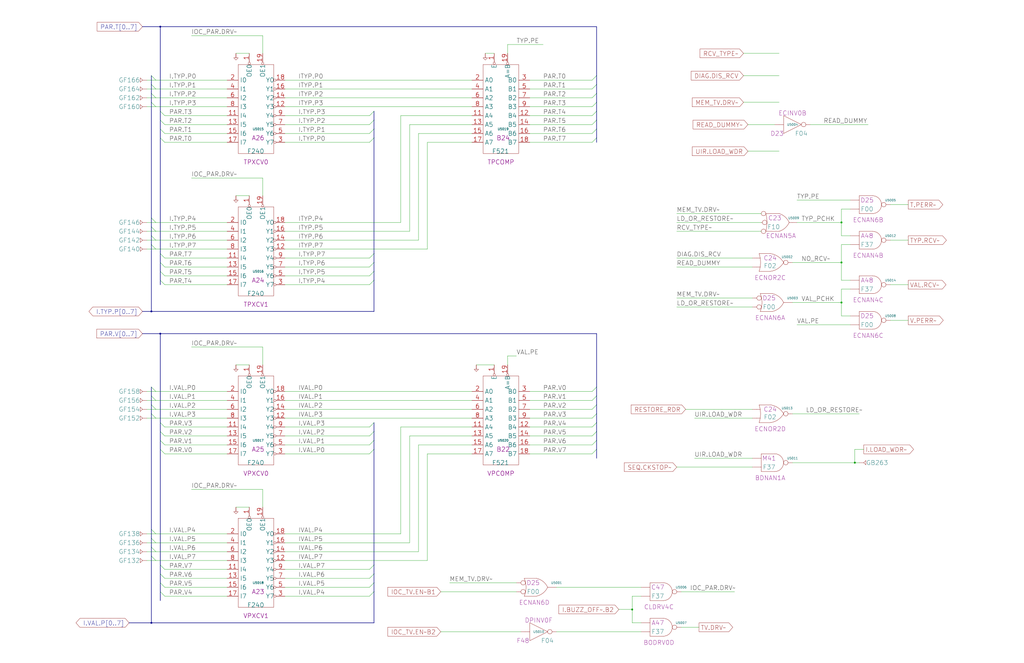
<source format=kicad_sch>
(kicad_sch (version 20230121) (generator eeschema)
  (paper "User" 584.2 378.46)
  (title_block (title "ERROR CHECKING & CORRECTION\\nVAL & TYP PARITY CHECKING") (date "22-SEP-90") (rev "2.0") (comment 1 "IOC") (comment 2 "232-003061") (comment 3 "S400") (comment 4 "RELEASED"))
  (lib_symbols
    (symbol "r1000:F00" (pin_numbers hide) (pin_names hide)
      (property "Reference" "U" (at 15.24 0 0))
      (property "Value" "F00" (at 1.905 -5.08 0))
      (property "Location" "___" (at 1.905 0 0))
      (property "Name" "______" (at 2.54 -12.7 0))
      (symbol "F00_1_1"
        (pin input line (at -7.62 0 0) (length 5.08) (name "D0") (number "1"))
        (pin input line (at -7.62 -5.08 0) (length 5.08) (name "D1") (number "2"))
        (pin output line (at 15.24 -2.54 180) (length 2.54) (name "Q") (number "3"))
      )
      (symbol "F00_1_2"
        (pin input line (at -7.62 0 0) (length 2.54) (name "D0") (number "1"))
        (pin input line (at -7.62 -5.08 0) (length 2.54) (name "D1") (number "2"))
        (pin output line (at 15.24 -2.54 180) (length 5.08) (name "Q") (number "3"))
      )
    )
    (symbol "r1000:F02" (pin_numbers hide) (pin_names hide)
      (property "Reference" "U" (at 12.16 0.635 0))
      (property "Value" "F02" (at -1.27 -4.445 0))
      (property "Location" "___" (at 2.54 0 0))
      (property "Name" "______" (at 2.54 -12.7 0))
      (symbol "F02_1_1"
        (pin input line (at -7.62 0 0) (length 2.54) (name "D0") (number "1"))
        (pin input line (at -7.62 -5.08 0) (length 2.54) (name "D1") (number "2"))
        (pin output line (at 15.24 -2.54 180) (length 1.27) (name "Q") (number "3"))
      )
      (symbol "F02_1_2"
        (pin input line (at -7.62 0 0) (length 2.54) (name "D0") (number "1"))
        (pin input line (at -7.62 -5.08 0) (length 2.54) (name "D1") (number "2"))
        (pin output line (at 15.24 -2.54 180) (length 2.54) (name "Q") (number "3"))
      )
    )
    (symbol "r1000:F04" (pin_numbers hide) (pin_names hide)
      (property "Reference" "U" (at 0 0 0))
      (property "Value" "F04" (at 1.27 -5.08 0))
      (property "Location" "___" (at -12.7 -5.08 0))
      (property "Name" "______" (at 0 5.08 0))
      (symbol "F04_1_1"
        (pin input line (at -10.16 0 0) (length 2.54) (name "D0") (number "1"))
        (pin output line (at 10.16 0 180) (length 2.54) (name "Q") (number "2"))
      )
    )
    (symbol "r1000:F10" (pin_numbers hide) (pin_names hide)
      (property "Reference" "U" (at 13.335 0 0))
      (property "Value" "F10" (at 5.715 -5.08 0))
      (property "Location" "___" (at -1.27 0 0))
      (property "Name" "______" (at -2.54 -10.16 0))
      (symbol "F10_1_1"
        (pin input line (at -5.08 2.54 0) (length 2.54) (name "D0") (number "1"))
        (pin input line (at -5.08 -2.54 0) (length 2.54) (name "D1") (number "2"))
        (pin input line (at -5.08 -7.62 0) (length 2.54) (name "D2") (number "3"))
        (pin output line (at 15.24 -2.54 180) (length 2.54) (name "Q") (number "4"))
      )
      (symbol "F10_1_2"
        (pin input line (at -5.08 2.54 0) (length 0) (name "D0") (number "1"))
        (pin input line (at -5.08 -2.54 0) (length 0) (name "D1") (number "2"))
        (pin input line (at -5.08 -7.62 0) (length 0) (name "D2") (number "3"))
        (pin output line (at 15.24 -2.54 180) (length 2.54) (name "Q") (number "4"))
      )
    )
    (symbol "r1000:F240" (pin_names (offset 1.016))
      (property "Reference" "U" (at 2.54 5.08 0))
      (property "Value" "F240" (at -3.81 -7.62 0))
      (property "Location" "___" (at -1.27 0 0))
      (property "Name" "______" (at 1.27 -15.24 0))
      (symbol "F240_1_1"
        (pin input line (at -2.54 48.26 270) (length 5.08) (name "OE0") (number "1"))
        (pin input line (at -15.24 12.7 0) (length 6.35) (name "I4") (number "11"))
        (pin tri_state line (at 17.78 17.78 180) (length 5.08) (name "Y3") (number "12"))
        (pin input line (at -15.24 7.62 0) (length 6.35) (name "I5") (number "13"))
        (pin tri_state line (at 17.78 22.86 180) (length 5.08) (name "Y2") (number "14"))
        (pin input line (at -15.24 2.54 0) (length 6.35) (name "I6") (number "15"))
        (pin tri_state line (at 17.78 27.94 180) (length 5.08) (name "Y1") (number "16"))
        (pin input line (at -15.24 -2.54 0) (length 6.35) (name "I7") (number "17"))
        (pin tri_state line (at 17.78 33.02 180) (length 5.08) (name "Y0") (number "18"))
        (pin input line (at 5.08 48.26 270) (length 5.08) (name "OE1") (number "19"))
        (pin input line (at -15.24 33.02 0) (length 6.35) (name "I0") (number "2"))
        (pin tri_state line (at 17.78 -2.54 180) (length 5.08) (name "Y7") (number "3"))
        (pin input line (at -15.24 27.94 0) (length 6.35) (name "I1") (number "4"))
        (pin tri_state line (at 17.78 2.54 180) (length 5.08) (name "Y6") (number "5"))
        (pin input line (at -15.24 22.86 0) (length 6.35) (name "I2") (number "6"))
        (pin tri_state line (at 17.78 7.62 180) (length 5.08) (name "Y5") (number "7"))
        (pin input line (at -15.24 17.78 0) (length 6.35) (name "I3") (number "8"))
        (pin tri_state line (at 17.78 12.7 180) (length 5.08) (name "Y4") (number "9"))
      )
    )
    (symbol "r1000:F37" (pin_numbers hide) (pin_names (offset 0) hide)
      (property "Reference" "U" (at 15.24 0 0))
      (property "Value" "F37" (at 1.905 -5.08 0))
      (property "Location" "___" (at 1.905 0 0))
      (property "Name" "______" (at 2.54 -12.7 0))
      (symbol "F37_1_1"
        (pin input line (at -7.62 0 0) (length 5.08) (name "D0") (number "1"))
        (pin input line (at -7.62 -5.08 0) (length 5.08) (name "D1") (number "2"))
        (pin output line (at 15.24 -2.54 180) (length 2.54) (name "Q") (number "3"))
      )
      (symbol "F37_1_2"
        (pin input line (at -7.62 0 0) (length 2.54) (name "D0") (number "1"))
        (pin input line (at -7.62 -5.08 0) (length 2.54) (name "D1") (number "2"))
        (pin output line (at 15.24 -2.54 180) (length 5.08) (name "Q") (number "3"))
      )
    )
    (symbol "r1000:F521" (pin_names (offset 1.016))
      (property "Reference" "U" (at 2.54 5.08 0))
      (property "Value" "F521" (at -3.81 -7.62 0))
      (property "Location" "___" (at -1.27 0 0))
      (property "Name" "______" (at 1.27 -15.24 0))
      (symbol "F521_1_1"
        (pin input line (at -2.54 48.26 270) (length 5.08) (name "E") (number "1"))
        (pin input line (at -15.24 12.7 0) (length 6.35) (name "A4") (number "11"))
        (pin input line (at 17.78 12.7 180) (length 6.35) (name "B4") (number "12"))
        (pin input line (at -15.24 7.62 0) (length 6.35) (name "A5") (number "13"))
        (pin input line (at 17.78 7.62 180) (length 6.35) (name "B5") (number "14"))
        (pin input line (at -15.24 2.54 0) (length 6.35) (name "A6") (number "15"))
        (pin input line (at 17.78 2.54 180) (length 6.35) (name "B6") (number "16"))
        (pin input line (at -15.24 -2.54 0) (length 6.35) (name "A7") (number "17"))
        (pin input line (at 17.78 -2.54 180) (length 6.35) (name "B7") (number "18"))
        (pin output line (at 5.08 48.26 270) (length 5.08) (name "A=B") (number "19"))
        (pin input line (at -15.24 33.02 0) (length 6.35) (name "A0") (number "2"))
        (pin input line (at 17.78 33.02 180) (length 6.35) (name "B0") (number "3"))
        (pin input line (at -15.24 27.94 0) (length 6.35) (name "A1") (number "4"))
        (pin input line (at 17.78 27.94 180) (length 6.35) (name "B1") (number "5"))
        (pin input line (at -15.24 22.86 0) (length 6.35) (name "A2") (number "6"))
        (pin input line (at 17.78 22.86 180) (length 6.35) (name "B2") (number "7"))
        (pin input line (at -15.24 17.78 0) (length 6.35) (name "A3") (number "8"))
        (pin input line (at 17.78 17.78 180) (length 6.35) (name "B3") (number "9"))
      )
    )
    (symbol "r1000:GB" (pin_numbers hide) (pin_names (offset 0) hide)
      (property "Reference" "GB" (at 3.81 0 0))
      (symbol "GB_1_1"
        (pin bidirectional line (at 0 0 0) (length 2.54) (name "") (number "1"))
      )
    )
    (symbol "r1000:GF" (pin_numbers hide) (pin_names (offset 0) hide)
      (property "Reference" "GF" (at 3.81 0 0))
      (symbol "GF_1_1"
        (pin bidirectional line (at 0 0 0) (length 2.54) (name "") (number "1"))
      )
    )
    (symbol "r1000:PD" (power) (pin_numbers hide) (pin_names hide) (in_bom no)
      (symbol "PD_1_1"
        (pin power_in line (at 0 0 270) (length 2.54) (name "PD") (number "1"))
      )
    )
  )
  (junction (at 480.06 149.86))
  (junction (at 86.36 355.6))
  (junction (at 91.44 190.5))
  (junction (at 480.06 172.72))
  (junction (at 91.44 15.24))
  (junction (at 480.06 127))
  (junction (at 360.68 347.98))
  (junction (at 487.68 264.16))
  (junction (at 86.36 177.8))
  (bus_entry (at 86.36 48.26) (size 2.54 2.54))
  (bus_entry (at 86.36 139.7) (size 2.54 2.54))
  (bus_entry (at 213.36 149.86) (size -2.54 2.54))
  (bus_entry (at 86.36 129.54) (size 2.54 2.54))
  (bus_entry (at 340.36 78.74) (size -2.54 2.54))
  (bus_entry (at 340.36 246.38) (size -2.54 2.54))
  (bus_entry (at 91.44 63.5) (size 2.54 2.54))
  (bus_entry (at 213.36 337.82) (size -2.54 2.54))
  (bus_entry (at 86.36 231.14) (size 2.54 2.54))
  (bus_entry (at 340.36 53.34) (size -2.54 2.54))
  (bus_entry (at 340.36 231.14) (size -2.54 2.54))
  (bus_entry (at 91.44 73.66) (size 2.54 2.54))
  (bus_entry (at 213.36 160.02) (size -2.54 2.54))
  (bus_entry (at 86.36 302.26) (size 2.54 2.54))
  (bus_entry (at 340.36 220.98) (size -2.54 2.54))
  (bus_entry (at 86.36 43.18) (size 2.54 2.54))
  (bus_entry (at 213.36 73.66) (size -2.54 2.54))
  (bus_entry (at 213.36 241.3) (size -2.54 2.54))
  (bus_entry (at 340.36 236.22) (size -2.54 2.54))
  (bus_entry (at 91.44 78.74) (size 2.54 2.54))
  (bus_entry (at 340.36 73.66) (size -2.54 2.54))
  (bus_entry (at 340.36 251.46) (size -2.54 2.54))
  (bus_entry (at 213.36 327.66) (size -2.54 2.54))
  (bus_entry (at 86.36 307.34) (size 2.54 2.54))
  (bus_entry (at 213.36 251.46) (size -2.54 2.54))
  (bus_entry (at 86.36 226.06) (size 2.54 2.54))
  (bus_entry (at 86.36 317.5) (size 2.54 2.54))
  (bus_entry (at 91.44 154.94) (size 2.54 2.54))
  (bus_entry (at 86.36 53.34) (size 2.54 2.54))
  (bus_entry (at 340.36 256.54) (size -2.54 2.54))
  (bus_entry (at 213.36 332.74) (size -2.54 2.54))
  (bus_entry (at 340.36 43.18) (size -2.54 2.54))
  (bus_entry (at 91.44 241.3) (size 2.54 2.54))
  (bus_entry (at 340.36 241.3) (size -2.54 2.54))
  (bus_entry (at 213.36 63.5) (size -2.54 2.54))
  (bus_entry (at 340.36 63.5) (size -2.54 2.54))
  (bus_entry (at 86.36 236.22) (size 2.54 2.54))
  (bus_entry (at 213.36 322.58) (size -2.54 2.54))
  (bus_entry (at 340.36 68.58) (size -2.54 2.54))
  (bus_entry (at 213.36 78.74) (size -2.54 2.54))
  (bus_entry (at 86.36 134.62) (size 2.54 2.54))
  (bus_entry (at 91.44 144.78) (size 2.54 2.54))
  (bus_entry (at 91.44 332.74) (size 2.54 2.54))
  (bus_entry (at 91.44 68.58) (size 2.54 2.54))
  (bus_entry (at 91.44 322.58) (size 2.54 2.54))
  (bus_entry (at 213.36 256.54) (size -2.54 2.54))
  (bus_entry (at 91.44 327.66) (size 2.54 2.54))
  (bus_entry (at 91.44 251.46) (size 2.54 2.54))
  (bus_entry (at 91.44 246.38) (size 2.54 2.54))
  (bus_entry (at 213.36 144.78) (size -2.54 2.54))
  (bus_entry (at 86.36 58.42) (size 2.54 2.54))
  (bus_entry (at 213.36 246.38) (size -2.54 2.54))
  (bus_entry (at 213.36 68.58) (size -2.54 2.54))
  (bus_entry (at 86.36 312.42) (size 2.54 2.54))
  (bus_entry (at 86.36 124.46) (size 2.54 2.54))
  (bus_entry (at 91.44 337.82) (size 2.54 2.54))
  (bus_entry (at 340.36 58.42) (size -2.54 2.54))
  (bus_entry (at 91.44 149.86) (size 2.54 2.54))
  (bus_entry (at 213.36 154.94) (size -2.54 2.54))
  (bus_entry (at 91.44 160.02) (size 2.54 2.54))
  (bus_entry (at 340.36 48.26) (size -2.54 2.54))
  (bus_entry (at 91.44 256.54) (size 2.54 2.54))
  (bus_entry (at 340.36 226.06) (size -2.54 2.54))
  (bus_entry (at 86.36 220.98) (size 2.54 2.54))
  (wire (pts (xy 93.98 254) (xy 129.54 254)))
  (wire (pts (xy 289.56 25.4) (xy 309.88 25.4)))
  (wire (pts (xy 487.68 256.54) (xy 487.68 264.16)))
  (bus (pts (xy 213.36 154.94) (xy 213.36 160.02)))
  (wire (pts (xy 162.56 162.56) (xy 210.82 162.56)))
  (wire (pts (xy 162.56 55.88) (xy 269.24 55.88)))
  (bus (pts (xy 213.36 78.74) (xy 213.36 144.78)))
  (wire (pts (xy 83.82 60.96) (xy 88.9 60.96)))
  (wire (pts (xy 302.26 238.76) (xy 337.82 238.76)))
  (wire (pts (xy 162.56 142.24) (xy 243.84 142.24)))
  (bus (pts (xy 340.36 78.74) (xy 340.36 81.28)))
  (bus (pts (xy 86.36 231.14) (xy 86.36 236.22)))
  (wire (pts (xy 162.56 233.68) (xy 269.24 233.68)))
  (bus (pts (xy 340.36 63.5) (xy 340.36 68.58)))
  (wire (pts (xy 302.26 60.96) (xy 337.82 60.96)))
  (wire (pts (xy 360.68 347.98) (xy 360.68 340.36)))
  (wire (pts (xy 452.12 264.16) (xy 487.68 264.16)))
  (wire (pts (xy 424.18 43.18) (xy 444.5 43.18)))
  (bus (pts (xy 81.28 190.5) (xy 91.44 190.5)))
  (bus (pts (xy 213.36 63.5) (xy 213.36 68.58)))
  (wire (pts (xy 233.68 132.08) (xy 162.56 132.08)))
  (bus (pts (xy 91.44 154.94) (xy 91.44 160.02)))
  (bus (pts (xy 213.36 241.3) (xy 213.36 246.38)))
  (bus (pts (xy 91.44 73.66) (xy 91.44 78.74)))
  (bus (pts (xy 86.36 220.98) (xy 86.36 226.06)))
  (bus (pts (xy 91.44 15.24) (xy 91.44 63.5)))
  (bus (pts (xy 213.36 68.58) (xy 213.36 73.66)))
  (bus (pts (xy 213.36 256.54) (xy 213.36 322.58)))
  (bus (pts (xy 213.36 337.82) (xy 213.36 355.6)))
  (bus (pts (xy 86.36 355.6) (xy 213.36 355.6)))
  (wire (pts (xy 83.82 228.6) (xy 88.9 228.6)))
  (wire (pts (xy 302.26 71.12) (xy 337.82 71.12)))
  (wire (pts (xy 162.56 50.8) (xy 269.24 50.8)))
  (wire (pts (xy 302.26 50.8) (xy 337.82 50.8)))
  (bus (pts (xy 340.36 58.42) (xy 340.36 63.5)))
  (wire (pts (xy 83.82 238.76) (xy 88.9 238.76)))
  (wire (pts (xy 93.98 330.2) (xy 129.54 330.2)))
  (wire (pts (xy 93.98 157.48) (xy 129.54 157.48)))
  (bus (pts (xy 86.36 317.5) (xy 86.36 355.6)))
  (wire (pts (xy 83.82 314.96) (xy 88.9 314.96)))
  (bus (pts (xy 91.44 68.58) (xy 91.44 73.66)))
  (bus (pts (xy 86.36 312.42) (xy 86.36 317.5)))
  (wire (pts (xy 353.06 347.98) (xy 360.68 347.98)))
  (wire (pts (xy 480.06 139.7) (xy 480.06 149.86)))
  (wire (pts (xy 93.98 71.12) (xy 129.54 71.12)))
  (wire (pts (xy 233.68 248.92) (xy 233.68 309.88)))
  (wire (pts (xy 360.68 340.36) (xy 365.76 340.36)))
  (wire (pts (xy 93.98 81.28) (xy 129.54 81.28)))
  (wire (pts (xy 302.26 243.84) (xy 337.82 243.84)))
  (bus (pts (xy 340.36 236.22) (xy 340.36 241.3)))
  (bus (pts (xy 340.36 220.98) (xy 340.36 226.06)))
  (wire (pts (xy 508 137.16) (xy 518.16 137.16)))
  (wire (pts (xy 134.62 30.48) (xy 142.24 30.48)))
  (bus (pts (xy 340.36 246.38) (xy 340.36 251.46)))
  (wire (pts (xy 162.56 127) (xy 228.6 127)))
  (wire (pts (xy 302.26 223.52) (xy 337.82 223.52)))
  (wire (pts (xy 508 182.88) (xy 518.16 182.88)))
  (wire (pts (xy 162.56 71.12) (xy 210.82 71.12)))
  (wire (pts (xy 289.56 208.28) (xy 289.56 203.2)))
  (bus (pts (xy 91.44 241.3) (xy 91.44 246.38)))
  (wire (pts (xy 83.82 320.04) (xy 88.9 320.04)))
  (wire (pts (xy 162.56 340.36) (xy 210.82 340.36)))
  (bus (pts (xy 86.36 134.62) (xy 86.36 139.7)))
  (wire (pts (xy 88.9 233.68) (xy 129.54 233.68)))
  (wire (pts (xy 269.24 259.08) (xy 243.84 259.08)))
  (wire (pts (xy 109.22 20.32) (xy 149.86 20.32)))
  (wire (pts (xy 302.26 81.28) (xy 337.82 81.28)))
  (wire (pts (xy 149.86 289.56) (xy 149.86 279.4)))
  (wire (pts (xy 162.56 152.4) (xy 210.82 152.4)))
  (wire (pts (xy 134.62 289.56) (xy 142.24 289.56)))
  (wire (pts (xy 485.14 180.34) (xy 480.06 180.34)))
  (wire (pts (xy 289.56 30.48) (xy 289.56 25.4)))
  (wire (pts (xy 88.9 137.16) (xy 129.54 137.16)))
  (wire (pts (xy 233.68 309.88) (xy 162.56 309.88)))
  (wire (pts (xy 386.08 175.26) (xy 429.26 175.26)))
  (wire (pts (xy 302.26 254) (xy 337.82 254)))
  (wire (pts (xy 228.6 243.84) (xy 269.24 243.84)))
  (bus (pts (xy 91.44 190.5) (xy 340.36 190.5)))
  (wire (pts (xy 83.82 45.72) (xy 88.9 45.72)))
  (wire (pts (xy 93.98 335.28) (xy 129.54 335.28)))
  (wire (pts (xy 426.72 86.36) (xy 444.5 86.36)))
  (wire (pts (xy 88.9 314.96) (xy 129.54 314.96)))
  (bus (pts (xy 91.44 144.78) (xy 91.44 149.86)))
  (wire (pts (xy 134.62 208.28) (xy 142.24 208.28)))
  (wire (pts (xy 462.28 71.12) (xy 495.3 71.12)))
  (wire (pts (xy 302.26 248.92) (xy 337.82 248.92)))
  (bus (pts (xy 213.36 246.38) (xy 213.36 251.46)))
  (wire (pts (xy 162.56 223.52) (xy 269.24 223.52)))
  (bus (pts (xy 91.44 251.46) (xy 91.44 256.54)))
  (bus (pts (xy 81.28 15.24) (xy 91.44 15.24)))
  (wire (pts (xy 162.56 254) (xy 210.82 254)))
  (wire (pts (xy 88.9 132.08) (xy 129.54 132.08)))
  (wire (pts (xy 508 162.56) (xy 518.16 162.56)))
  (bus (pts (xy 91.44 15.24) (xy 340.36 15.24)))
  (wire (pts (xy 83.82 233.68) (xy 88.9 233.68)))
  (bus (pts (xy 213.36 322.58) (xy 213.36 327.66)))
  (wire (pts (xy 480.06 127) (xy 454.66 127)))
  (wire (pts (xy 149.86 111.76) (xy 149.86 101.6)))
  (wire (pts (xy 238.76 76.2) (xy 269.24 76.2)))
  (wire (pts (xy 251.46 337.82) (xy 294.64 337.82)))
  (bus (pts (xy 91.44 337.82) (xy 91.44 342.9)))
  (bus (pts (xy 86.36 177.8) (xy 213.36 177.8)))
  (wire (pts (xy 83.82 142.24) (xy 88.9 142.24)))
  (wire (pts (xy 317.5 360.68) (xy 365.76 360.68)))
  (bus (pts (xy 213.36 144.78) (xy 213.36 149.86)))
  (bus (pts (xy 86.36 307.34) (xy 86.36 312.42)))
  (wire (pts (xy 88.9 127) (xy 129.54 127)))
  (wire (pts (xy 93.98 76.2) (xy 129.54 76.2)))
  (wire (pts (xy 162.56 243.84) (xy 210.82 243.84)))
  (wire (pts (xy 228.6 66.04) (xy 228.6 127)))
  (wire (pts (xy 162.56 157.48) (xy 210.82 157.48)))
  (bus (pts (xy 86.36 129.54) (xy 86.36 134.62)))
  (bus (pts (xy 86.36 302.26) (xy 86.36 307.34)))
  (wire (pts (xy 233.68 71.12) (xy 233.68 132.08)))
  (wire (pts (xy 426.72 71.12) (xy 441.96 71.12)))
  (wire (pts (xy 162.56 325.12) (xy 210.82 325.12)))
  (wire (pts (xy 289.56 203.2) (xy 294.64 203.2)))
  (bus (pts (xy 340.36 53.34) (xy 340.36 58.42)))
  (bus (pts (xy 86.36 53.34) (xy 86.36 58.42)))
  (wire (pts (xy 83.82 55.88) (xy 88.9 55.88)))
  (wire (pts (xy 162.56 259.08) (xy 210.82 259.08)))
  (bus (pts (xy 91.44 78.74) (xy 91.44 144.78)))
  (wire (pts (xy 88.9 50.8) (xy 129.54 50.8)))
  (bus (pts (xy 86.36 43.18) (xy 86.36 48.26)))
  (wire (pts (xy 391.16 233.68) (xy 429.26 233.68)))
  (wire (pts (xy 302.26 233.68) (xy 337.82 233.68)))
  (bus (pts (xy 213.36 160.02) (xy 213.36 177.8)))
  (bus (pts (xy 340.36 48.26) (xy 340.36 53.34)))
  (wire (pts (xy 83.82 223.52) (xy 88.9 223.52)))
  (wire (pts (xy 485.14 160.02) (xy 480.06 160.02)))
  (wire (pts (xy 88.9 238.76) (xy 129.54 238.76)))
  (wire (pts (xy 83.82 309.88) (xy 88.9 309.88)))
  (wire (pts (xy 396.24 238.76) (xy 429.26 238.76)))
  (wire (pts (xy 508 116.84) (xy 518.16 116.84)))
  (bus (pts (xy 213.36 251.46) (xy 213.36 256.54)))
  (bus (pts (xy 91.44 327.66) (xy 91.44 332.74)))
  (bus (pts (xy 213.36 327.66) (xy 213.36 332.74)))
  (wire (pts (xy 93.98 248.92) (xy 129.54 248.92)))
  (wire (pts (xy 386.08 266.7) (xy 429.26 266.7)))
  (wire (pts (xy 480.06 180.34) (xy 480.06 172.72)))
  (wire (pts (xy 238.76 254) (xy 269.24 254)))
  (bus (pts (xy 340.36 68.58) (xy 340.36 73.66)))
  (wire (pts (xy 269.24 66.04) (xy 228.6 66.04)))
  (bus (pts (xy 81.28 177.8) (xy 86.36 177.8)))
  (wire (pts (xy 238.76 314.96) (xy 238.76 254)))
  (wire (pts (xy 83.82 304.8) (xy 88.9 304.8)))
  (wire (pts (xy 88.9 60.96) (xy 129.54 60.96)))
  (bus (pts (xy 91.44 332.74) (xy 91.44 337.82)))
  (wire (pts (xy 302.26 228.6) (xy 337.82 228.6)))
  (wire (pts (xy 480.06 160.02) (xy 480.06 149.86)))
  (wire (pts (xy 386.08 170.18) (xy 429.26 170.18)))
  (wire (pts (xy 88.9 55.88) (xy 129.54 55.88)))
  (wire (pts (xy 238.76 137.16) (xy 238.76 76.2)))
  (wire (pts (xy 162.56 137.16) (xy 238.76 137.16)))
  (bus (pts (xy 91.44 190.5) (xy 91.44 241.3)))
  (wire (pts (xy 424.18 58.42) (xy 444.5 58.42)))
  (bus (pts (xy 340.36 241.3) (xy 340.36 246.38)))
  (wire (pts (xy 302.26 66.04) (xy 337.82 66.04)))
  (bus (pts (xy 213.36 332.74) (xy 213.36 337.82)))
  (wire (pts (xy 480.06 119.38) (xy 480.06 127)))
  (wire (pts (xy 251.46 360.68) (xy 297.18 360.68)))
  (wire (pts (xy 162.56 147.32) (xy 210.82 147.32)))
  (bus (pts (xy 340.36 226.06) (xy 340.36 231.14)))
  (bus (pts (xy 73.66 355.6) (xy 86.36 355.6)))
  (bus (pts (xy 86.36 124.46) (xy 86.36 129.54)))
  (wire (pts (xy 302.26 259.08) (xy 337.82 259.08)))
  (wire (pts (xy 271.78 208.28) (xy 281.94 208.28)))
  (bus (pts (xy 213.36 149.86) (xy 213.36 154.94)))
  (wire (pts (xy 269.24 81.28) (xy 243.84 81.28)))
  (wire (pts (xy 386.08 152.4) (xy 429.26 152.4)))
  (wire (pts (xy 162.56 304.8) (xy 228.6 304.8)))
  (wire (pts (xy 134.62 111.76) (xy 142.24 111.76)))
  (wire (pts (xy 93.98 340.36) (xy 129.54 340.36)))
  (bus (pts (xy 91.44 246.38) (xy 91.44 251.46)))
  (wire (pts (xy 485.14 165.1) (xy 480.06 165.1)))
  (wire (pts (xy 109.22 101.6) (xy 149.86 101.6)))
  (bus (pts (xy 91.44 160.02) (xy 91.44 162.56)))
  (wire (pts (xy 162.56 238.76) (xy 269.24 238.76)))
  (wire (pts (xy 386.08 127) (xy 434.34 127)))
  (wire (pts (xy 162.56 81.28) (xy 210.82 81.28)))
  (wire (pts (xy 454.66 114.3) (xy 485.14 114.3)))
  (wire (pts (xy 386.08 147.32) (xy 429.26 147.32)))
  (wire (pts (xy 88.9 304.8) (xy 129.54 304.8)))
  (wire (pts (xy 83.82 50.8) (xy 88.9 50.8)))
  (wire (pts (xy 480.06 165.1) (xy 480.06 172.72)))
  (wire (pts (xy 396.24 261.62) (xy 429.26 261.62)))
  (bus (pts (xy 91.44 322.58) (xy 91.44 327.66)))
  (bus (pts (xy 86.36 48.26) (xy 86.36 53.34)))
  (bus (pts (xy 340.36 251.46) (xy 340.36 256.54)))
  (bus (pts (xy 86.36 58.42) (xy 86.36 124.46)))
  (wire (pts (xy 88.9 320.04) (xy 129.54 320.04)))
  (bus (pts (xy 213.36 73.66) (xy 213.36 78.74)))
  (wire (pts (xy 480.06 172.72) (xy 452.12 172.72)))
  (wire (pts (xy 276.86 30.48) (xy 281.94 30.48)))
  (wire (pts (xy 365.76 355.6) (xy 360.68 355.6)))
  (wire (pts (xy 162.56 66.04) (xy 210.82 66.04)))
  (wire (pts (xy 162.56 335.28) (xy 210.82 335.28)))
  (wire (pts (xy 162.56 228.6) (xy 269.24 228.6)))
  (wire (pts (xy 109.22 198.12) (xy 149.86 198.12)))
  (bus (pts (xy 340.36 256.54) (xy 340.36 261.62)))
  (wire (pts (xy 93.98 147.32) (xy 129.54 147.32)))
  (wire (pts (xy 109.22 279.4) (xy 149.86 279.4)))
  (wire (pts (xy 492.76 256.54) (xy 487.68 256.54)))
  (wire (pts (xy 386.08 132.08) (xy 434.34 132.08)))
  (wire (pts (xy 480.06 149.86) (xy 452.12 149.86)))
  (wire (pts (xy 480.06 127) (xy 480.06 134.62)))
  (wire (pts (xy 487.68 264.16) (xy 490.22 264.16)))
  (wire (pts (xy 388.62 358.14) (xy 398.78 358.14)))
  (wire (pts (xy 228.6 304.8) (xy 228.6 243.84)))
  (wire (pts (xy 302.26 76.2) (xy 337.82 76.2)))
  (wire (pts (xy 360.68 355.6) (xy 360.68 347.98)))
  (wire (pts (xy 162.56 248.92) (xy 210.82 248.92)))
  (wire (pts (xy 317.5 335.28) (xy 365.76 335.28)))
  (wire (pts (xy 88.9 223.52) (xy 129.54 223.52)))
  (wire (pts (xy 424.18 30.48) (xy 444.5 30.48)))
  (wire (pts (xy 302.26 45.72) (xy 337.82 45.72)))
  (wire (pts (xy 149.86 30.48) (xy 149.86 20.32)))
  (wire (pts (xy 93.98 325.12) (xy 129.54 325.12)))
  (wire (pts (xy 485.14 139.7) (xy 480.06 139.7)))
  (wire (pts (xy 93.98 66.04) (xy 129.54 66.04)))
  (bus (pts (xy 340.36 190.5) (xy 340.36 220.98)))
  (wire (pts (xy 88.9 228.6) (xy 129.54 228.6)))
  (wire (pts (xy 162.56 314.96) (xy 238.76 314.96)))
  (wire (pts (xy 386.08 121.92) (xy 434.34 121.92)))
  (wire (pts (xy 83.82 137.16) (xy 88.9 137.16)))
  (wire (pts (xy 485.14 119.38) (xy 480.06 119.38)))
  (bus (pts (xy 91.44 256.54) (xy 91.44 322.58)))
  (bus (pts (xy 91.44 63.5) (xy 91.44 68.58)))
  (wire (pts (xy 243.84 259.08) (xy 243.84 320.04)))
  (wire (pts (xy 88.9 142.24) (xy 129.54 142.24)))
  (wire (pts (xy 454.66 185.42) (xy 485.14 185.42)))
  (wire (pts (xy 88.9 45.72) (xy 129.54 45.72)))
  (wire (pts (xy 269.24 71.12) (xy 233.68 71.12)))
  (wire (pts (xy 83.82 132.08) (xy 88.9 132.08)))
  (wire (pts (xy 93.98 162.56) (xy 129.54 162.56)))
  (wire (pts (xy 93.98 259.08) (xy 129.54 259.08)))
  (wire (pts (xy 162.56 60.96) (xy 269.24 60.96)))
  (bus (pts (xy 91.44 149.86) (xy 91.44 154.94)))
  (bus (pts (xy 86.36 139.7) (xy 86.36 177.8)))
  (wire (pts (xy 243.84 81.28) (xy 243.84 142.24)))
  (bus (pts (xy 340.36 15.24) (xy 340.36 43.18)))
  (wire (pts (xy 243.84 320.04) (xy 162.56 320.04)))
  (wire (pts (xy 162.56 45.72) (xy 269.24 45.72)))
  (wire (pts (xy 302.26 55.88) (xy 337.82 55.88)))
  (wire (pts (xy 93.98 243.84) (xy 129.54 243.84)))
  (bus (pts (xy 340.36 73.66) (xy 340.36 78.74)))
  (bus (pts (xy 340.36 231.14) (xy 340.36 236.22)))
  (wire (pts (xy 485.14 134.62) (xy 480.06 134.62)))
  (wire (pts (xy 162.56 76.2) (xy 210.82 76.2)))
  (wire (pts (xy 93.98 152.4) (xy 129.54 152.4)))
  (wire (pts (xy 256.54 332.74) (xy 294.64 332.74)))
  (wire (pts (xy 88.9 309.88) (xy 129.54 309.88)))
  (bus (pts (xy 86.36 226.06) (xy 86.36 231.14)))
  (wire (pts (xy 149.86 208.28) (xy 149.86 198.12)))
  (wire (pts (xy 269.24 248.92) (xy 233.68 248.92)))
  (bus (pts (xy 86.36 236.22) (xy 86.36 302.26)))
  (wire (pts (xy 162.56 330.2) (xy 210.82 330.2)))
  (bus (pts (xy 340.36 43.18) (xy 340.36 48.26)))
  (wire (pts (xy 452.12 236.22) (xy 490.22 236.22)))
  (wire (pts (xy 388.62 337.82) (xy 419.1 337.82)))
  (wire (pts (xy 83.82 127) (xy 88.9 127)))
  (label "PAR.T5" (at 96.52 157.48 0) (effects (font (size 2.54 2.54))))
  (label "I.VAL.P4" (at 96.52 304.8 0) (effects (font (size 2.54 2.54))))
  (label "PAR.V3" (at 96.52 243.84 0) (effects (font (size 2.54 2.54))))
  (label "TYP.PE" (at 294.64 25.4 0) (effects (font (size 2.54 2.54))))
  (label "IOC_PAR.DRV~" (at 109.22 101.6 0) (effects (font (size 2.54 2.54))))
  (label "PAR.V5" (at 96.52 335.28 0) (effects (font (size 2.54 2.54))))
  (label "PAR.V2" (at 96.52 248.92 0) (effects (font (size 2.54 2.54))))
  (label "I.TYP.P1" (at 96.52 50.8 0) (effects (font (size 2.54 2.54))))
  (label "ITYP.P5" (at 170.18 132.08 0) (effects (font (size 2.54 2.54))))
  (label "MEM_TV.DRV~" (at 386.08 170.18 0) (effects (font (size 2.54 2.54))))
  (label "PAR.V6" (at 309.88 254 0) (effects (font (size 2.54 2.54))))
  (label "PAR.V7" (at 309.88 259.08 0) (effects (font (size 2.54 2.54))))
  (label "PAR.T3" (at 309.88 60.96 0) (effects (font (size 2.54 2.54))))
  (label "MEM_TV.DRV~" (at 256.54 332.74 0) (effects (font (size 2.54 2.54))))
  (label "ITYP.P4" (at 170.18 127 0) (effects (font (size 2.54 2.54))))
  (label "IVAL.P5" (at 170.18 309.88 0) (effects (font (size 2.54 2.54))))
  (label "PAR.T6" (at 309.88 76.2 0) (effects (font (size 2.54 2.54))))
  (label "RCV_TYPE~" (at 386.08 132.08 0) (effects (font (size 2.54 2.54))))
  (label "I.VAL.P7" (at 170.18 325.12 0) (effects (font (size 2.54 2.54))))
  (label "I.TYP.P6" (at 170.18 152.4 0) (effects (font (size 2.54 2.54))))
  (label "PAR.T6" (at 96.52 152.4 0) (effects (font (size 2.54 2.54))))
  (label "I.VAL.P1" (at 170.18 254 0) (effects (font (size 2.54 2.54))))
  (label "I.TYP.P2" (at 96.52 55.88 0) (effects (font (size 2.54 2.54))))
  (label "PAR.V3" (at 309.88 238.76 0) (effects (font (size 2.54 2.54))))
  (label "TYP_PCHK" (at 457.2 127 0) (effects (font (size 2.54 2.54))))
  (label "IOC_PAR.DRV~" (at 393.7 337.82 0) (effects (font (size 2.54 2.54))))
  (label "ITYP.P2" (at 170.18 55.88 0) (effects (font (size 2.54 2.54))))
  (label "I.TYP.P4" (at 96.52 127 0) (effects (font (size 2.54 2.54))))
  (label "I.TYP.P7" (at 96.52 142.24 0) (effects (font (size 2.54 2.54))))
  (label "I.VAL.P1" (at 96.52 228.6 0) (effects (font (size 2.54 2.54))))
  (label "PAR.T7" (at 96.52 147.32 0) (effects (font (size 2.54 2.54))))
  (label "UIR.LOAD_WDR" (at 396.24 261.62 0) (effects (font (size 2.54 2.54))))
  (label "IVAL.P7" (at 170.18 320.04 0) (effects (font (size 2.54 2.54))))
  (label "TYP.PE" (at 454.66 114.3 0) (effects (font (size 2.54 2.54))))
  (label "MEM_TV.DRV~" (at 386.08 121.92 0) (effects (font (size 2.54 2.54))))
  (label "PAR.V6" (at 96.52 330.2 0) (effects (font (size 2.54 2.54))))
  (label "I.TYP.P5" (at 170.18 157.48 0) (effects (font (size 2.54 2.54))))
  (label "PAR.V0" (at 96.52 259.08 0) (effects (font (size 2.54 2.54))))
  (label "LD_OR_RESTORE~" (at 459.74 236.22 0) (effects (font (size 2.54 2.54))))
  (label "PAR.T7" (at 309.88 81.28 0) (effects (font (size 2.54 2.54))))
  (label "I.TYP.P7" (at 170.18 147.32 0) (effects (font (size 2.54 2.54))))
  (label "I.VAL.P2" (at 96.52 233.68 0) (effects (font (size 2.54 2.54))))
  (label "PAR.V5" (at 309.88 248.92 0) (effects (font (size 2.54 2.54))))
  (label "I.TYP.P6" (at 96.52 137.16 0) (effects (font (size 2.54 2.54))))
  (label "I.TYP.P2" (at 170.18 71.12 0) (effects (font (size 2.54 2.54))))
  (label "PAR.T4" (at 309.88 66.04 0) (effects (font (size 2.54 2.54))))
  (label "IVAL.P6" (at 170.18 314.96 0) (effects (font (size 2.54 2.54))))
  (label "LD_OR_RESTORE~" (at 386.08 175.26 0) (effects (font (size 2.54 2.54))))
  (label "I.VAL.P3" (at 170.18 243.84 0) (effects (font (size 2.54 2.54))))
  (label "PAR.V0" (at 309.88 223.52 0) (effects (font (size 2.54 2.54))))
  (label "IVAL.P0" (at 170.18 223.52 0) (effects (font (size 2.54 2.54))))
  (label "PAR.V4" (at 309.88 243.84 0) (effects (font (size 2.54 2.54))))
  (label "PAR.V1" (at 309.88 228.6 0) (effects (font (size 2.54 2.54))))
  (label "I.VAL.P0" (at 96.52 223.52 0) (effects (font (size 2.54 2.54))))
  (label "UIR.LOAD_WDR" (at 396.24 238.76 0) (effects (font (size 2.54 2.54))))
  (label "PAR.T2" (at 96.52 71.12 0) (effects (font (size 2.54 2.54))))
  (label "PAR.V7" (at 96.52 325.12 0) (effects (font (size 2.54 2.54))))
  (label "I.VAL.P6" (at 96.52 314.96 0) (effects (font (size 2.54 2.54))))
  (label "DIAG.DIS_RCV" (at 386.08 147.32 0) (effects (font (size 2.54 2.54))))
  (label "IOC_PAR.DRV~" (at 109.22 20.32 0) (effects (font (size 2.54 2.54))))
  (label "VAL.PE" (at 454.66 185.42 0) (effects (font (size 2.54 2.54))))
  (label "READ_DUMMY" (at 469.9 71.12 0) (effects (font (size 2.54 2.54))))
  (label "I.TYP.P1" (at 170.18 76.2 0) (effects (font (size 2.54 2.54))))
  (label "I.TYP.P0" (at 96.52 45.72 0) (effects (font (size 2.54 2.54))))
  (label "I.TYP.P3" (at 96.52 60.96 0) (effects (font (size 2.54 2.54))))
  (label "I.VAL.P5" (at 96.52 309.88 0) (effects (font (size 2.54 2.54))))
  (label "PAR.T1" (at 96.52 76.2 0) (effects (font (size 2.54 2.54))))
  (label "I.VAL.P0" (at 170.18 259.08 0) (effects (font (size 2.54 2.54))))
  (label "IVAL.P4" (at 170.18 304.8 0) (effects (font (size 2.54 2.54))))
  (label "I.VAL.P2" (at 170.18 248.92 0) (effects (font (size 2.54 2.54))))
  (label "I.VAL.P3" (at 96.52 238.76 0) (effects (font (size 2.54 2.54))))
  (label "I.TYP.P4" (at 170.18 162.56 0) (effects (font (size 2.54 2.54))))
  (label "PAR.V2" (at 309.88 233.68 0) (effects (font (size 2.54 2.54))))
  (label "IOC_PAR.DRV~" (at 109.22 279.4 0) (effects (font (size 2.54 2.54))))
  (label "PAR.T2" (at 309.88 55.88 0) (effects (font (size 2.54 2.54))))
  (label "ITYP.P6" (at 170.18 137.16 0) (effects (font (size 2.54 2.54))))
  (label "ITYP.P1" (at 170.18 50.8 0) (effects (font (size 2.54 2.54))))
  (label "IOC_PAR.DRV~" (at 109.22 198.12 0) (effects (font (size 2.54 2.54))))
  (label "ITYP.P3" (at 170.18 60.96 0) (effects (font (size 2.54 2.54))))
  (label "IVAL.P1" (at 170.18 228.6 0) (effects (font (size 2.54 2.54))))
  (label "ITYP.P7" (at 170.18 142.24 0) (effects (font (size 2.54 2.54))))
  (label "PAR.T0" (at 309.88 45.72 0) (effects (font (size 2.54 2.54))))
  (label "I.TYP.P3" (at 170.18 66.04 0) (effects (font (size 2.54 2.54))))
  (label "I.TYP.P5" (at 96.52 132.08 0) (effects (font (size 2.54 2.54))))
  (label "PAR.T0" (at 96.52 81.28 0) (effects (font (size 2.54 2.54))))
  (label "VAL.PE" (at 294.64 203.2 0) (effects (font (size 2.54 2.54))))
  (label "I.VAL.P6" (at 170.18 330.2 0) (effects (font (size 2.54 2.54))))
  (label "IVAL.P3" (at 170.18 238.76 0) (effects (font (size 2.54 2.54))))
  (label "IVAL.P2" (at 170.18 233.68 0) (effects (font (size 2.54 2.54))))
  (label "ITYP.P0" (at 170.18 45.72 0) (effects (font (size 2.54 2.54))))
  (label "PAR.T3" (at 96.52 66.04 0) (effects (font (size 2.54 2.54))))
  (label "PAR.V4" (at 96.52 340.36 0) (effects (font (size 2.54 2.54))))
  (label "LD_OR_RESTORE~" (at 386.08 127 0) (effects (font (size 2.54 2.54))))
  (label "VAL_PCHK" (at 457.2 172.72 0) (effects (font (size 2.54 2.54))))
  (label "I.TYP.P0" (at 170.18 81.28 0) (effects (font (size 2.54 2.54))))
  (label "READ_DUMMY" (at 386.08 152.4 0) (effects (font (size 2.54 2.54))))
  (label "I.VAL.P4" (at 170.18 340.36 0) (effects (font (size 2.54 2.54))))
  (label "PAR.T1" (at 309.88 50.8 0) (effects (font (size 2.54 2.54))))
  (label "NO_RCV~" (at 457.2 149.86 0) (effects (font (size 2.54 2.54))))
  (label "I.VAL.P5" (at 170.18 335.28 0) (effects (font (size 2.54 2.54))))
  (label "I.VAL.P7" (at 96.52 320.04 0) (effects (font (size 2.54 2.54))))
  (label "PAR.T5" (at 309.88 71.12 0) (effects (font (size 2.54 2.54))))
  (label "PAR.V1" (at 96.52 254 0) (effects (font (size 2.54 2.54))))
  (label "PAR.T4" (at 96.52 162.56 0) (effects (font (size 2.54 2.54))))
  (global_label "TYP.RCV~" (shape output) (at 518.16 137.16 0) (effects (font (size 2.54 2.54))) (property "Intersheetrefs" "${INTERSHEET_REFS}" (at 539.9193 137.0013 0) (effects (font (size 1.905 1.905)) (justify left))))
  (global_label "PAR.V[0..7]" (shape input) (at 81.28 190.5 180) (effects (font (size 2.54 2.54))) (property "Intersheetrefs" "${INTERSHEET_REFS}" (at 55.1664 190.3413 0) (effects (font (size 1.905 1.905)) (justify right))))
  (global_label "MEM_TV.DRV~" (shape input) (at 424.18 58.42 180) (effects (font (size 2.54 2.54))) (property "Intersheetrefs" "${INTERSHEET_REFS}" (at 394.9216 58.2613 0) (effects (font (size 1.905 1.905)) (justify right))))
  (global_label "RESTORE_RDR" (shape input) (at 391.16 233.68 180) (effects (font (size 2.54 2.54))) (property "Intersheetrefs" "${INTERSHEET_REFS}" (at 360.0873 233.5213 0) (effects (font (size 1.905 1.905)) (justify right))))
  (global_label "T.PERR~" (shape output) (at 518.16 116.84 0) (effects (font (size 2.54 2.54))) (property "Intersheetrefs" "${INTERSHEET_REFS}" (at 537.8631 116.6813 0) (effects (font (size 1.905 1.905)) (justify left))))
  (global_label "I.BUZZ_OFF~.B2" (shape input) (at 353.06 347.98 180) (effects (font (size 2.54 2.54))) (property "Intersheetrefs" "${INTERSHEET_REFS}" (at 318.8426 347.8213 0) (effects (font (size 1.905 1.905)) (justify right))))
  (global_label "IOC_TV.EN~B2" (shape input) (at 251.46 360.68 180) (effects (font (size 2.54 2.54))) (property "Intersheetrefs" "${INTERSHEET_REFS}" (at 221.234 360.5213 0) (effects (font (size 1.905 1.905)) (justify right))))
  (global_label "V.PERR~" (shape output) (at 518.16 182.88 0) (effects (font (size 2.54 2.54))) (property "Intersheetrefs" "${INTERSHEET_REFS}" (at 538.105 182.7213 0) (effects (font (size 1.905 1.905)) (justify left))))
  (global_label "IOC_TV.EN~B1" (shape input) (at 251.46 337.82 180) (effects (font (size 2.54 2.54))) (property "Intersheetrefs" "${INTERSHEET_REFS}" (at 221.234 337.6613 0) (effects (font (size 1.905 1.905)) (justify right))))
  (global_label "I.TYP.P[0..7]" (shape bidirectional) (at 81.28 177.8 180) (effects (font (size 2.54 2.54))) (property "Intersheetrefs" "${INTERSHEET_REFS}" (at 52.9892 177.6413 0) (effects (font (size 1.905 1.905)) (justify right))))
  (global_label "READ_DUMMY~" (shape input) (at 426.72 71.12 180) (effects (font (size 2.54 2.54))) (property "Intersheetrefs" "${INTERSHEET_REFS}" (at 395.4054 70.9613 0) (effects (font (size 1.905 1.905)) (justify right))))
  (global_label "RCV_TYPE~" (shape input) (at 424.18 30.48 180) (effects (font (size 2.54 2.54))) (property "Intersheetrefs" "${INTERSHEET_REFS}" (at 399.3969 30.3213 0) (effects (font (size 1.905 1.905)) (justify right))))
  (global_label "VAL.RCV~" (shape output) (at 518.16 162.56 0) (effects (font (size 2.54 2.54))) (property "Intersheetrefs" "${INTERSHEET_REFS}" (at 539.6774 162.4013 0) (effects (font (size 1.905 1.905)) (justify left))))
  (global_label "TV.DRV~" (shape output) (at 398.78 358.14 0) (effects (font (size 2.54 2.54))) (property "Intersheetrefs" "${INTERSHEET_REFS}" (at 417.9993 357.9813 0) (effects (font (size 1.905 1.905)) (justify left))))
  (global_label "I.LOAD_WDR~" (shape output) (at 492.76 256.54 0) (effects (font (size 2.54 2.54))) (property "Intersheetrefs" "${INTERSHEET_REFS}" (at 521.1717 256.3813 0) (effects (font (size 1.905 1.905)) (justify left))))
  (global_label "PAR.T[0..7]" (shape input) (at 81.28 15.24 180) (effects (font (size 2.54 2.54))) (property "Intersheetrefs" "${INTERSHEET_REFS}" (at 55.4083 15.0813 0) (effects (font (size 1.905 1.905)) (justify right))))
  (global_label "UIR.LOAD_WDR" (shape input) (at 426.72 86.36 180) (effects (font (size 2.54 2.54))) (property "Intersheetrefs" "${INTERSHEET_REFS}" (at 394.9216 86.2013 0) (effects (font (size 1.905 1.905)) (justify right))))
  (global_label "DIAG.DIS_RCV" (shape input) (at 424.18 43.18 180) (effects (font (size 2.54 2.54))) (property "Intersheetrefs" "${INTERSHEET_REFS}" (at 394.3169 43.0213 0) (effects (font (size 1.905 1.905)) (justify right))))
  (global_label "SEQ.CKSTOP~" (shape input) (at 386.08 266.7 180) (effects (font (size 2.54 2.54))) (property "Intersheetrefs" "${INTERSHEET_REFS}" (at 356.2169 266.5413 0) (effects (font (size 1.905 1.905)) (justify right))))
  (global_label "I.VAL.P[0..7]" (shape bidirectional) (at 73.66 355.6 180) (effects (font (size 2.54 2.54))) (property "Intersheetrefs" "${INTERSHEET_REFS}" (at 45.6111 355.4413 0) (effects (font (size 1.905 1.905)) (justify right))))
  (symbol (lib_id "r1000:F240") (at 144.78 160.02 0) (unit 1)
    (property "Reference" "U5016" (at 147.32 154.94 0))
    (property "Value" "F240" (at 140.97 167.64 0) (effects (font (size 2.54 2.54)) (justify left)))
    (property "Location" "A24" (at 143.51 160.02 0) (effects (font (size 2.54 2.54)) (justify left)))
    (property "Name" "TPXCV1" (at 146.05 175.26 0) (effects (font (size 2.54 2.54)) (justify bottom)))
  )
  (symbol (lib_id "r1000:F37") (at 373.38 355.6 0) (unit 1)
    (property "Reference" "U5007" (at 388.62 355.6 0))
    (property "Value" "F37" (at 375.285 360.68 0) (effects (font (size 2.54 2.54))))
    (property "Location" "A47" (at 375.285 355.6 0) (effects (font (size 2.54 2.54))))
    (property "Name" "BODRV0D" (at 375.92 368.3 0) (effects (font (size 2.54 2.54)) (justify bottom)))
  )
  (symbol (lib_id "r1000:PD") (at 134.62 111.76 0) (unit 1) (in_bom no)
    (property "Reference" "#PWR05002" (effects hide))
    (property "Value" "PD" (effects hide))
  )
  (symbol (lib_id "r1000:GF") (at 83.82 50.8 0) (mirror y) (unit 1)
    (property "Reference" "GF164" (at 80.01 50.8 0) (effects (font (size 2.54 2.54)) (justify left)))
    (property "Value" "GF" (effects hide))
  )
  (symbol (lib_id "r1000:GF") (at 83.82 314.96 0) (mirror y) (unit 1)
    (property "Reference" "GF134" (at 80.01 314.96 0) (effects (font (size 2.54 2.54)) (justify left)))
    (property "Value" "GF" (effects hide))
  )
  (symbol (lib_id "r1000:GF") (at 83.82 309.88 0) (mirror y) (unit 1)
    (property "Reference" "GF136" (at 80.01 309.88 0) (effects (font (size 2.54 2.54)) (justify left)))
    (property "Value" "GF" (effects hide))
  )
  (symbol (lib_id "r1000:F37") (at 492.76 134.62 0) (unit 1)
    (property "Reference" "U5012" (at 508 134.62 0))
    (property "Value" "F37" (at 494.665 139.7 0) (effects (font (size 2.54 2.54))))
    (property "Location" "A48" (at 494.665 134.62 0) (effects (font (size 2.54 2.54))))
    (property "Name" "ECNAN4B" (at 495.3 147.32 0) (effects (font (size 2.54 2.54)) (justify bottom)))
  )
  (symbol (lib_id "r1000:GF") (at 83.82 233.68 0) (mirror y) (unit 1)
    (property "Reference" "GF154" (at 80.01 233.68 0) (effects (font (size 2.54 2.54)) (justify left)))
    (property "Value" "GF" (effects hide))
  )
  (symbol (lib_id "r1000:GF") (at 83.82 304.8 0) (mirror y) (unit 1)
    (property "Reference" "GF138" (at 80.01 304.8 0) (effects (font (size 2.54 2.54)) (justify left)))
    (property "Value" "GF" (effects hide))
  )
  (symbol (lib_id "r1000:GF") (at 83.82 132.08 0) (mirror y) (unit 1)
    (property "Reference" "GF144" (at 80.01 132.08 0) (effects (font (size 2.54 2.54)) (justify left)))
    (property "Value" "GF" (effects hide))
  )
  (symbol (lib_id "r1000:PD") (at 134.62 289.56 0) (unit 1) (in_bom no)
    (property "Reference" "#PWR05004" (effects hide))
    (property "Value" "PD" (effects hide))
  )
  (symbol (lib_id "r1000:F240") (at 144.78 337.82 0) (unit 1)
    (property "Reference" "U5018" (at 147.32 332.74 0))
    (property "Value" "F240" (at 140.97 345.44 0) (effects (font (size 2.54 2.54)) (justify left)))
    (property "Location" "A23" (at 143.51 337.82 0) (effects (font (size 2.54 2.54)) (justify left)))
    (property "Name" "VPXCV1" (at 146.05 353.06 0) (effects (font (size 2.54 2.54)) (justify bottom)))
  )
  (symbol (lib_id "r1000:F521") (at 284.48 78.74 0) (unit 1)
    (property "Reference" "U5019" (at 287.02 73.66 0))
    (property "Value" "F521" (at 280.67 86.36 0) (effects (font (size 2.54 2.54)) (justify left)))
    (property "Location" "B24" (at 283.21 78.74 0) (effects (font (size 2.54 2.54)) (justify left)))
    (property "Name" "TPCOMP" (at 285.75 93.98 0) (effects (font (size 2.54 2.54)) (justify bottom)))
  )
  (symbol (lib_id "r1000:F240") (at 144.78 256.54 0) (unit 1)
    (property "Reference" "U5017" (at 147.32 251.46 0))
    (property "Value" "F240" (at 140.97 264.16 0) (effects (font (size 2.54 2.54)) (justify left)))
    (property "Location" "A25" (at 143.51 256.54 0) (effects (font (size 2.54 2.54)) (justify left)))
    (property "Name" "VPXCV0" (at 146.05 271.78 0) (effects (font (size 2.54 2.54)) (justify bottom)))
  )
  (symbol (lib_id "r1000:GF") (at 83.82 60.96 0) (mirror y) (unit 1)
    (property "Reference" "GF160" (at 80.01 60.96 0) (effects (font (size 2.54 2.54)) (justify left)))
    (property "Value" "GF" (effects hide))
  )
  (symbol (lib_id "r1000:F04") (at 452.12 71.12 0) (unit 1)
    (property "Reference" "U5004" (at 452.12 71.12 0))
    (property "Value" "F04" (at 453.39 76.2 0) (effects (font (size 2.54 2.54)) (justify left)))
    (property "Location" "D23" (at 439.42 76.2 0) (effects (font (size 2.54 2.54)) (justify left)))
    (property "Name" "ECINV0B" (at 452.12 66.04 0) (effects (font (size 2.54 2.54)) (justify bottom)))
  )
  (symbol (lib_id "r1000:F10") (at 439.42 124.46 0) (unit 1) (convert 2)
    (property "Reference" "U5009" (at 452.755 124.46 0))
    (property "Value" "F10" (at 445.135 129.54 0) (effects (font (size 2.54 2.54)) (justify right)))
    (property "Location" "C23" (at 438.15 124.46 0) (effects (font (size 2.54 2.54)) (justify left)))
    (property "Name" "ECNAN5A" (at 436.88 134.62 0) (effects (font (size 2.54 2.54)) (justify left)))
  )
  (symbol (lib_id "r1000:PD") (at 271.78 208.28 0) (unit 1) (in_bom no)
    (property "Reference" "#PWR05005" (effects hide))
    (property "Value" "PD" (effects hide))
  )
  (symbol (lib_id "r1000:F00") (at 302.26 332.74 0) (unit 1) (convert 2)
    (property "Reference" "U5001" (at 317.5 332.74 0))
    (property "Value" "F00" (at 304.165 337.82 0) (effects (font (size 2.54 2.54))))
    (property "Location" "D25" (at 304.165 332.74 0) (effects (font (size 2.54 2.54))))
    (property "Name" "ECNAN6D" (at 304.8 345.44 0) (effects (font (size 2.54 2.54)) (justify bottom)))
  )
  (symbol (lib_id "r1000:GF") (at 83.82 45.72 0) (mirror y) (unit 1)
    (property "Reference" "GF166" (at 80.01 45.72 0) (effects (font (size 2.54 2.54)) (justify left)))
    (property "Value" "GF" (effects hide))
  )
  (symbol (lib_id "r1000:F37") (at 373.38 335.28 0) (unit 1)
    (property "Reference" "U5006" (at 388.62 335.28 0))
    (property "Value" "F37" (at 375.285 340.36 0) (effects (font (size 2.54 2.54))))
    (property "Location" "C47" (at 375.285 335.28 0) (effects (font (size 2.54 2.54))))
    (property "Name" "CLDRV4C" (at 375.92 347.98 0) (effects (font (size 2.54 2.54)) (justify bottom)))
  )
  (symbol (lib_id "r1000:GF") (at 83.82 320.04 0) (mirror y) (unit 1)
    (property "Reference" "GF132" (at 80.01 320.04 0) (effects (font (size 2.54 2.54)) (justify left)))
    (property "Value" "GF" (effects hide))
  )
  (symbol (lib_id "r1000:GF") (at 83.82 55.88 0) (mirror y) (unit 1)
    (property "Reference" "GF162" (at 80.01 55.88 0) (effects (font (size 2.54 2.54)) (justify left)))
    (property "Value" "GF" (effects hide))
  )
  (symbol (lib_id "r1000:F02") (at 436.88 147.32 0) (unit 1)
    (property "Reference" "U5002" (at 449.04 146.685 0))
    (property "Value" "F02" (at 435.61 151.765 0) (effects (font (size 2.54 2.54)) (justify left)))
    (property "Location" "C24" (at 439.42 147.32 0) (effects (font (size 2.54 2.54))))
    (property "Name" "ECNOR2C" (at 439.42 160.02 0) (effects (font (size 2.54 2.54)) (justify bottom)))
  )
  (symbol (lib_id "r1000:PD") (at 134.62 208.28 0) (unit 1) (in_bom no)
    (property "Reference" "#PWR05003" (effects hide))
    (property "Value" "PD" (effects hide))
  )
  (symbol (lib_id "r1000:GF") (at 83.82 238.76 0) (mirror y) (unit 1)
    (property "Reference" "GF152" (at 80.01 238.76 0) (effects (font (size 2.54 2.54)) (justify left)))
    (property "Value" "GF" (effects hide))
  )
  (symbol (lib_id "r1000:F00") (at 436.88 170.18 0) (unit 1) (convert 2)
    (property "Reference" "U5003" (at 452.12 170.18 0))
    (property "Value" "F00" (at 438.785 175.26 0) (effects (font (size 2.54 2.54))))
    (property "Location" "D25" (at 438.785 170.18 0) (effects (font (size 2.54 2.54))))
    (property "Name" "ECNAN6A" (at 439.42 182.88 0) (effects (font (size 2.54 2.54)) (justify bottom)))
  )
  (symbol (lib_id "r1000:GF") (at 83.82 137.16 0) (mirror y) (unit 1)
    (property "Reference" "GF142" (at 80.01 137.16 0) (effects (font (size 2.54 2.54)) (justify left)))
    (property "Value" "GF" (effects hide))
  )
  (symbol (lib_id "r1000:GB") (at 490.22 264.16 0) (unit 1)
    (property "Reference" "GB263" (at 494.03 264.16 0) (effects (font (size 2.54 2.54)) (justify left)))
    (property "Value" "GB" (effects hide))
  )
  (symbol (lib_id "r1000:F02") (at 436.88 233.68 0) (unit 1)
    (property "Reference" "U5013" (at 449.04 233.045 0))
    (property "Value" "F02" (at 435.61 238.125 0) (effects (font (size 2.54 2.54)) (justify left)))
    (property "Location" "C24" (at 439.42 233.68 0) (effects (font (size 2.54 2.54))))
    (property "Name" "ECNOR2D" (at 439.42 246.38 0) (effects (font (size 2.54 2.54)) (justify bottom)))
  )
  (symbol (lib_id "r1000:PD") (at 134.62 30.48 0) (unit 1) (in_bom no)
    (property "Reference" "#PWR05001" (effects hide))
    (property "Value" "PD" (effects hide))
  )
  (symbol (lib_id "r1000:F00") (at 492.76 180.34 0) (unit 1)
    (property "Reference" "U5008" (at 508 180.34 0))
    (property "Value" "F00" (at 494.665 185.42 0) (effects (font (size 2.54 2.54))))
    (property "Location" "D25" (at 494.665 180.34 0) (effects (font (size 2.54 2.54))))
    (property "Name" "ECNAN6C" (at 495.3 193.04 0) (effects (font (size 2.54 2.54)) (justify bottom)))
  )
  (symbol (lib_id "r1000:F37") (at 436.88 261.62 0) (unit 1)
    (property "Reference" "U5011" (at 452.12 261.62 0))
    (property "Value" "F37" (at 438.785 266.7 0) (effects (font (size 2.54 2.54))))
    (property "Location" "M41" (at 438.785 261.62 0) (effects (font (size 2.54 2.54))))
    (property "Name" "BDNAN1A" (at 439.42 274.32 0) (effects (font (size 2.54 2.54)) (justify bottom)))
  )
  (symbol (lib_id "r1000:GF") (at 83.82 228.6 0) (mirror y) (unit 1)
    (property "Reference" "GF156" (at 80.01 228.6 0) (effects (font (size 2.54 2.54)) (justify left)))
    (property "Value" "GF" (effects hide))
  )
  (symbol (lib_id "r1000:F00") (at 492.76 114.3 0) (unit 1)
    (property "Reference" "U5005" (at 508 114.3 0))
    (property "Value" "F00" (at 494.665 119.38 0) (effects (font (size 2.54 2.54))))
    (property "Location" "D25" (at 494.665 114.3 0) (effects (font (size 2.54 2.54))))
    (property "Name" "ECNAN6B" (at 495.3 127 0) (effects (font (size 2.54 2.54)) (justify bottom)))
  )
  (symbol (lib_id "r1000:PD") (at 276.86 30.48 0) (unit 1) (in_bom no)
    (property "Reference" "#PWR05006" (effects hide))
    (property "Value" "PD" (effects hide))
  )
  (symbol (lib_id "r1000:F521") (at 284.48 256.54 0) (unit 1)
    (property "Reference" "U5020" (at 287.02 251.46 0))
    (property "Value" "F521" (at 280.67 264.16 0) (effects (font (size 2.54 2.54)) (justify left)))
    (property "Location" "B22" (at 283.21 256.54 0) (effects (font (size 2.54 2.54)) (justify left)))
    (property "Name" "VPCOMP" (at 285.75 271.78 0) (effects (font (size 2.54 2.54)) (justify bottom)))
  )
  (symbol (lib_id "r1000:F37") (at 492.76 160.02 0) (unit 1)
    (property "Reference" "U5014" (at 508 160.02 0))
    (property "Value" "F37" (at 494.665 165.1 0) (effects (font (size 2.54 2.54))))
    (property "Location" "A48" (at 494.665 160.02 0) (effects (font (size 2.54 2.54))))
    (property "Name" "ECNAN4C" (at 495.3 172.72 0) (effects (font (size 2.54 2.54)) (justify bottom)))
  )
  (symbol (lib_id "r1000:GF") (at 83.82 127 0) (mirror y) (unit 1)
    (property "Reference" "GF146" (at 80.01 127 0) (effects (font (size 2.54 2.54)) (justify left)))
    (property "Value" "GF" (effects hide))
  )
  (symbol (lib_id "r1000:GF") (at 83.82 223.52 0) (mirror y) (unit 1)
    (property "Reference" "GF158" (at 80.01 223.52 0) (effects (font (size 2.54 2.54)) (justify left)))
    (property "Value" "GF" (effects hide))
  )
  (symbol (lib_id "r1000:GF") (at 83.82 142.24 0) (mirror y) (unit 1)
    (property "Reference" "GF140" (at 80.01 142.24 0) (effects (font (size 2.54 2.54)) (justify left)))
    (property "Value" "GF" (effects hide))
  )
  (symbol (lib_id "r1000:F04") (at 307.34 360.68 0) (unit 1)
    (property "Reference" "U5010" (at 307.34 360.68 0))
    (property "Value" "F04" (at 308.61 365.76 0) (effects (font (size 2.54 2.54)) (justify left)))
    (property "Location" "F48" (at 294.64 365.76 0) (effects (font (size 2.54 2.54)) (justify left)))
    (property "Name" "DPINV0F" (at 307.34 355.6 0) (effects (font (size 2.54 2.54)) (justify bottom)))
  )
  (symbol (lib_id "r1000:F240") (at 144.78 78.74 0) (unit 1)
    (property "Reference" "U5015" (at 147.32 73.66 0))
    (property "Value" "F240" (at 140.97 86.36 0) (effects (font (size 2.54 2.54)) (justify left)))
    (property "Location" "A26" (at 143.51 78.74 0) (effects (font (size 2.54 2.54)) (justify left)))
    (property "Name" "TPXCV0" (at 146.05 93.98 0) (effects (font (size 2.54 2.54)) (justify bottom)))
  )
)
</source>
